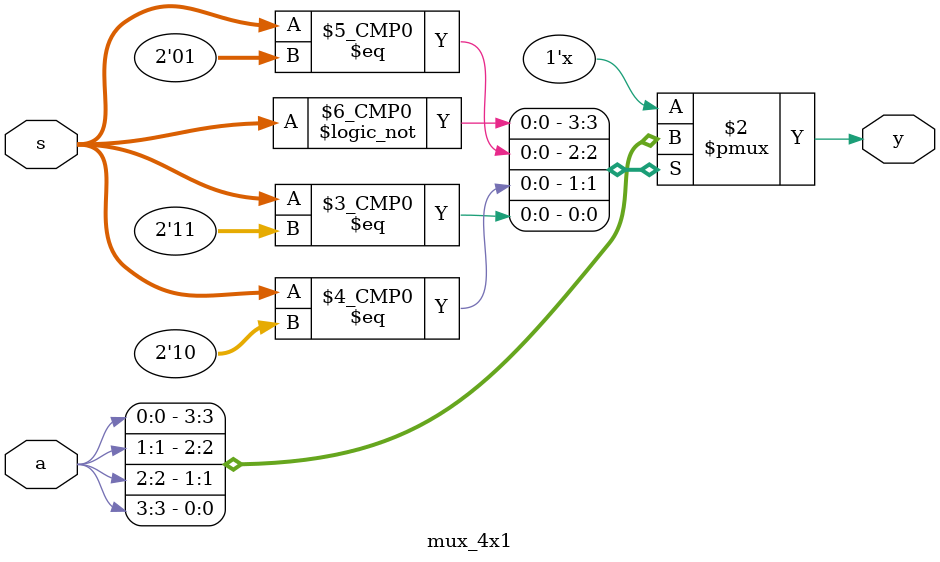
<source format=v>
module mux_4x1(
input [3:0] a,
input [1:0] s,
output reg y
);

always @(*) begin 
  case(s) 
      2'b00: y=a[0];
      2'b01: y=a[1];
      2'b10: y=a[2];
      2'b11: y=a[3];
   endcase
end
endmodule

</source>
